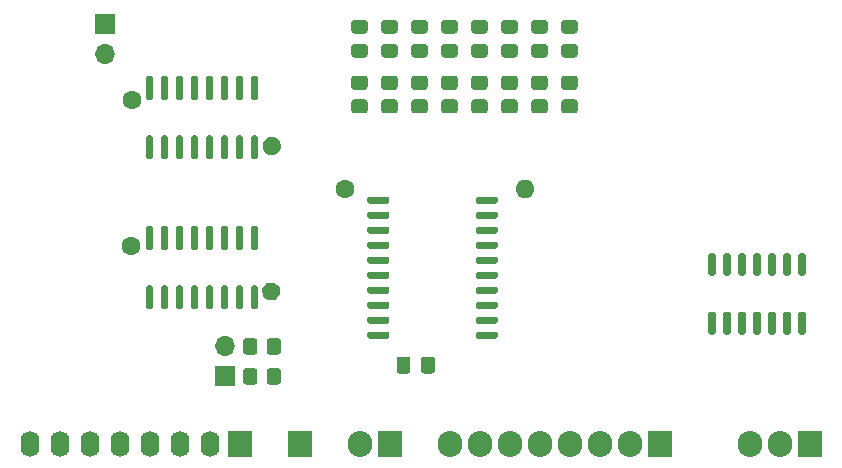
<source format=gbr>
G04 #@! TF.GenerationSoftware,KiCad,Pcbnew,(5.1.8)-1*
G04 #@! TF.CreationDate,2024-01-14T12:36:08+03:00*
G04 #@! TF.ProjectId,Reg,5265672e-6b69-4636-9164-5f7063625858,rev?*
G04 #@! TF.SameCoordinates,Original*
G04 #@! TF.FileFunction,Soldermask,Top*
G04 #@! TF.FilePolarity,Negative*
%FSLAX46Y46*%
G04 Gerber Fmt 4.6, Leading zero omitted, Abs format (unit mm)*
G04 Created by KiCad (PCBNEW (5.1.8)-1) date 2024-01-14 12:36:08*
%MOMM*%
%LPD*%
G01*
G04 APERTURE LIST*
%ADD10O,1.600000X1.600000*%
%ADD11C,1.600000*%
%ADD12R,2.100000X2.200000*%
%ADD13O,1.600000X2.200000*%
%ADD14O,2.100000X2.200000*%
%ADD15O,1.700000X1.700000*%
%ADD16R,1.700000X1.700000*%
G04 APERTURE END LIST*
G36*
G01*
X73425000Y-45535001D02*
X73425000Y-44634999D01*
G75*
G02*
X73674999Y-44385000I249999J0D01*
G01*
X74375001Y-44385000D01*
G75*
G02*
X74625000Y-44634999I0J-249999D01*
G01*
X74625000Y-45535001D01*
G75*
G02*
X74375001Y-45785000I-249999J0D01*
G01*
X73674999Y-45785000D01*
G75*
G02*
X73425000Y-45535001I0J249999D01*
G01*
G37*
G36*
G01*
X71425000Y-45535001D02*
X71425000Y-44634999D01*
G75*
G02*
X71674999Y-44385000I249999J0D01*
G01*
X72375001Y-44385000D01*
G75*
G02*
X72625000Y-44634999I0J-249999D01*
G01*
X72625000Y-45535001D01*
G75*
G02*
X72375001Y-45785000I-249999J0D01*
G01*
X71674999Y-45785000D01*
G75*
G02*
X71425000Y-45535001I0J249999D01*
G01*
G37*
G36*
G01*
X73425000Y-48075001D02*
X73425000Y-47174999D01*
G75*
G02*
X73674999Y-46925000I249999J0D01*
G01*
X74375001Y-46925000D01*
G75*
G02*
X74625000Y-47174999I0J-249999D01*
G01*
X74625000Y-48075001D01*
G75*
G02*
X74375001Y-48325000I-249999J0D01*
G01*
X73674999Y-48325000D01*
G75*
G02*
X73425000Y-48075001I0J249999D01*
G01*
G37*
G36*
G01*
X71425000Y-48075001D02*
X71425000Y-47174999D01*
G75*
G02*
X71674999Y-46925000I249999J0D01*
G01*
X72375001Y-46925000D01*
G75*
G02*
X72625000Y-47174999I0J-249999D01*
G01*
X72625000Y-48075001D01*
G75*
G02*
X72375001Y-48325000I-249999J0D01*
G01*
X71674999Y-48325000D01*
G75*
G02*
X71425000Y-48075001I0J249999D01*
G01*
G37*
D10*
X95250000Y-31750000D03*
D11*
X80010000Y-31750000D03*
G36*
G01*
X73039861Y-40191498D02*
X73039861Y-40191498D01*
G75*
G02*
X74047920Y-39677867I760845J-247214D01*
G01*
X74047920Y-39677867D01*
G75*
G02*
X74561551Y-40685926I-247214J-760845D01*
G01*
X74561551Y-40685926D01*
G75*
G02*
X73553492Y-41199557I-760845J247214D01*
G01*
X73553492Y-41199557D01*
G75*
G02*
X73039861Y-40191498I247214J760845D01*
G01*
G37*
X61912500Y-36576000D03*
G36*
G01*
X73103361Y-27872498D02*
X73103361Y-27872498D01*
G75*
G02*
X74111420Y-27358867I760845J-247214D01*
G01*
X74111420Y-27358867D01*
G75*
G02*
X74625051Y-28366926I-247214J-760845D01*
G01*
X74625051Y-28366926D01*
G75*
G02*
X73616992Y-28880557I-760845J247214D01*
G01*
X73616992Y-28880557D01*
G75*
G02*
X73103361Y-27872498I247214J760845D01*
G01*
G37*
X61976000Y-24257000D03*
G36*
G01*
X63650000Y-24217500D02*
X63350000Y-24217500D01*
G75*
G02*
X63200000Y-24067500I0J150000D01*
G01*
X63200000Y-22367500D01*
G75*
G02*
X63350000Y-22217500I150000J0D01*
G01*
X63650000Y-22217500D01*
G75*
G02*
X63800000Y-22367500I0J-150000D01*
G01*
X63800000Y-24067500D01*
G75*
G02*
X63650000Y-24217500I-150000J0D01*
G01*
G37*
G36*
G01*
X64920000Y-24217500D02*
X64620000Y-24217500D01*
G75*
G02*
X64470000Y-24067500I0J150000D01*
G01*
X64470000Y-22367500D01*
G75*
G02*
X64620000Y-22217500I150000J0D01*
G01*
X64920000Y-22217500D01*
G75*
G02*
X65070000Y-22367500I0J-150000D01*
G01*
X65070000Y-24067500D01*
G75*
G02*
X64920000Y-24217500I-150000J0D01*
G01*
G37*
G36*
G01*
X66190000Y-24217500D02*
X65890000Y-24217500D01*
G75*
G02*
X65740000Y-24067500I0J150000D01*
G01*
X65740000Y-22367500D01*
G75*
G02*
X65890000Y-22217500I150000J0D01*
G01*
X66190000Y-22217500D01*
G75*
G02*
X66340000Y-22367500I0J-150000D01*
G01*
X66340000Y-24067500D01*
G75*
G02*
X66190000Y-24217500I-150000J0D01*
G01*
G37*
G36*
G01*
X67460000Y-24217500D02*
X67160000Y-24217500D01*
G75*
G02*
X67010000Y-24067500I0J150000D01*
G01*
X67010000Y-22367500D01*
G75*
G02*
X67160000Y-22217500I150000J0D01*
G01*
X67460000Y-22217500D01*
G75*
G02*
X67610000Y-22367500I0J-150000D01*
G01*
X67610000Y-24067500D01*
G75*
G02*
X67460000Y-24217500I-150000J0D01*
G01*
G37*
G36*
G01*
X68730000Y-24217500D02*
X68430000Y-24217500D01*
G75*
G02*
X68280000Y-24067500I0J150000D01*
G01*
X68280000Y-22367500D01*
G75*
G02*
X68430000Y-22217500I150000J0D01*
G01*
X68730000Y-22217500D01*
G75*
G02*
X68880000Y-22367500I0J-150000D01*
G01*
X68880000Y-24067500D01*
G75*
G02*
X68730000Y-24217500I-150000J0D01*
G01*
G37*
G36*
G01*
X70000000Y-24217500D02*
X69700000Y-24217500D01*
G75*
G02*
X69550000Y-24067500I0J150000D01*
G01*
X69550000Y-22367500D01*
G75*
G02*
X69700000Y-22217500I150000J0D01*
G01*
X70000000Y-22217500D01*
G75*
G02*
X70150000Y-22367500I0J-150000D01*
G01*
X70150000Y-24067500D01*
G75*
G02*
X70000000Y-24217500I-150000J0D01*
G01*
G37*
G36*
G01*
X71270000Y-24217500D02*
X70970000Y-24217500D01*
G75*
G02*
X70820000Y-24067500I0J150000D01*
G01*
X70820000Y-22367500D01*
G75*
G02*
X70970000Y-22217500I150000J0D01*
G01*
X71270000Y-22217500D01*
G75*
G02*
X71420000Y-22367500I0J-150000D01*
G01*
X71420000Y-24067500D01*
G75*
G02*
X71270000Y-24217500I-150000J0D01*
G01*
G37*
G36*
G01*
X72540000Y-24217500D02*
X72240000Y-24217500D01*
G75*
G02*
X72090000Y-24067500I0J150000D01*
G01*
X72090000Y-22367500D01*
G75*
G02*
X72240000Y-22217500I150000J0D01*
G01*
X72540000Y-22217500D01*
G75*
G02*
X72690000Y-22367500I0J-150000D01*
G01*
X72690000Y-24067500D01*
G75*
G02*
X72540000Y-24217500I-150000J0D01*
G01*
G37*
G36*
G01*
X72540000Y-29217500D02*
X72240000Y-29217500D01*
G75*
G02*
X72090000Y-29067500I0J150000D01*
G01*
X72090000Y-27367500D01*
G75*
G02*
X72240000Y-27217500I150000J0D01*
G01*
X72540000Y-27217500D01*
G75*
G02*
X72690000Y-27367500I0J-150000D01*
G01*
X72690000Y-29067500D01*
G75*
G02*
X72540000Y-29217500I-150000J0D01*
G01*
G37*
G36*
G01*
X71270000Y-29217500D02*
X70970000Y-29217500D01*
G75*
G02*
X70820000Y-29067500I0J150000D01*
G01*
X70820000Y-27367500D01*
G75*
G02*
X70970000Y-27217500I150000J0D01*
G01*
X71270000Y-27217500D01*
G75*
G02*
X71420000Y-27367500I0J-150000D01*
G01*
X71420000Y-29067500D01*
G75*
G02*
X71270000Y-29217500I-150000J0D01*
G01*
G37*
G36*
G01*
X70000000Y-29217500D02*
X69700000Y-29217500D01*
G75*
G02*
X69550000Y-29067500I0J150000D01*
G01*
X69550000Y-27367500D01*
G75*
G02*
X69700000Y-27217500I150000J0D01*
G01*
X70000000Y-27217500D01*
G75*
G02*
X70150000Y-27367500I0J-150000D01*
G01*
X70150000Y-29067500D01*
G75*
G02*
X70000000Y-29217500I-150000J0D01*
G01*
G37*
G36*
G01*
X68730000Y-29217500D02*
X68430000Y-29217500D01*
G75*
G02*
X68280000Y-29067500I0J150000D01*
G01*
X68280000Y-27367500D01*
G75*
G02*
X68430000Y-27217500I150000J0D01*
G01*
X68730000Y-27217500D01*
G75*
G02*
X68880000Y-27367500I0J-150000D01*
G01*
X68880000Y-29067500D01*
G75*
G02*
X68730000Y-29217500I-150000J0D01*
G01*
G37*
G36*
G01*
X67460000Y-29217500D02*
X67160000Y-29217500D01*
G75*
G02*
X67010000Y-29067500I0J150000D01*
G01*
X67010000Y-27367500D01*
G75*
G02*
X67160000Y-27217500I150000J0D01*
G01*
X67460000Y-27217500D01*
G75*
G02*
X67610000Y-27367500I0J-150000D01*
G01*
X67610000Y-29067500D01*
G75*
G02*
X67460000Y-29217500I-150000J0D01*
G01*
G37*
G36*
G01*
X66190000Y-29217500D02*
X65890000Y-29217500D01*
G75*
G02*
X65740000Y-29067500I0J150000D01*
G01*
X65740000Y-27367500D01*
G75*
G02*
X65890000Y-27217500I150000J0D01*
G01*
X66190000Y-27217500D01*
G75*
G02*
X66340000Y-27367500I0J-150000D01*
G01*
X66340000Y-29067500D01*
G75*
G02*
X66190000Y-29217500I-150000J0D01*
G01*
G37*
G36*
G01*
X64920000Y-29217500D02*
X64620000Y-29217500D01*
G75*
G02*
X64470000Y-29067500I0J150000D01*
G01*
X64470000Y-27367500D01*
G75*
G02*
X64620000Y-27217500I150000J0D01*
G01*
X64920000Y-27217500D01*
G75*
G02*
X65070000Y-27367500I0J-150000D01*
G01*
X65070000Y-29067500D01*
G75*
G02*
X64920000Y-29217500I-150000J0D01*
G01*
G37*
G36*
G01*
X63650000Y-29217500D02*
X63350000Y-29217500D01*
G75*
G02*
X63200000Y-29067500I0J150000D01*
G01*
X63200000Y-27367500D01*
G75*
G02*
X63350000Y-27217500I150000J0D01*
G01*
X63650000Y-27217500D01*
G75*
G02*
X63800000Y-27367500I0J-150000D01*
G01*
X63800000Y-29067500D01*
G75*
G02*
X63650000Y-29217500I-150000J0D01*
G01*
G37*
G36*
G01*
X63650000Y-36917500D02*
X63350000Y-36917500D01*
G75*
G02*
X63200000Y-36767500I0J150000D01*
G01*
X63200000Y-35067500D01*
G75*
G02*
X63350000Y-34917500I150000J0D01*
G01*
X63650000Y-34917500D01*
G75*
G02*
X63800000Y-35067500I0J-150000D01*
G01*
X63800000Y-36767500D01*
G75*
G02*
X63650000Y-36917500I-150000J0D01*
G01*
G37*
G36*
G01*
X64920000Y-36917500D02*
X64620000Y-36917500D01*
G75*
G02*
X64470000Y-36767500I0J150000D01*
G01*
X64470000Y-35067500D01*
G75*
G02*
X64620000Y-34917500I150000J0D01*
G01*
X64920000Y-34917500D01*
G75*
G02*
X65070000Y-35067500I0J-150000D01*
G01*
X65070000Y-36767500D01*
G75*
G02*
X64920000Y-36917500I-150000J0D01*
G01*
G37*
G36*
G01*
X66190000Y-36917500D02*
X65890000Y-36917500D01*
G75*
G02*
X65740000Y-36767500I0J150000D01*
G01*
X65740000Y-35067500D01*
G75*
G02*
X65890000Y-34917500I150000J0D01*
G01*
X66190000Y-34917500D01*
G75*
G02*
X66340000Y-35067500I0J-150000D01*
G01*
X66340000Y-36767500D01*
G75*
G02*
X66190000Y-36917500I-150000J0D01*
G01*
G37*
G36*
G01*
X67460000Y-36917500D02*
X67160000Y-36917500D01*
G75*
G02*
X67010000Y-36767500I0J150000D01*
G01*
X67010000Y-35067500D01*
G75*
G02*
X67160000Y-34917500I150000J0D01*
G01*
X67460000Y-34917500D01*
G75*
G02*
X67610000Y-35067500I0J-150000D01*
G01*
X67610000Y-36767500D01*
G75*
G02*
X67460000Y-36917500I-150000J0D01*
G01*
G37*
G36*
G01*
X68730000Y-36917500D02*
X68430000Y-36917500D01*
G75*
G02*
X68280000Y-36767500I0J150000D01*
G01*
X68280000Y-35067500D01*
G75*
G02*
X68430000Y-34917500I150000J0D01*
G01*
X68730000Y-34917500D01*
G75*
G02*
X68880000Y-35067500I0J-150000D01*
G01*
X68880000Y-36767500D01*
G75*
G02*
X68730000Y-36917500I-150000J0D01*
G01*
G37*
G36*
G01*
X70000000Y-36917500D02*
X69700000Y-36917500D01*
G75*
G02*
X69550000Y-36767500I0J150000D01*
G01*
X69550000Y-35067500D01*
G75*
G02*
X69700000Y-34917500I150000J0D01*
G01*
X70000000Y-34917500D01*
G75*
G02*
X70150000Y-35067500I0J-150000D01*
G01*
X70150000Y-36767500D01*
G75*
G02*
X70000000Y-36917500I-150000J0D01*
G01*
G37*
G36*
G01*
X71270000Y-36917500D02*
X70970000Y-36917500D01*
G75*
G02*
X70820000Y-36767500I0J150000D01*
G01*
X70820000Y-35067500D01*
G75*
G02*
X70970000Y-34917500I150000J0D01*
G01*
X71270000Y-34917500D01*
G75*
G02*
X71420000Y-35067500I0J-150000D01*
G01*
X71420000Y-36767500D01*
G75*
G02*
X71270000Y-36917500I-150000J0D01*
G01*
G37*
G36*
G01*
X72540000Y-36917500D02*
X72240000Y-36917500D01*
G75*
G02*
X72090000Y-36767500I0J150000D01*
G01*
X72090000Y-35067500D01*
G75*
G02*
X72240000Y-34917500I150000J0D01*
G01*
X72540000Y-34917500D01*
G75*
G02*
X72690000Y-35067500I0J-150000D01*
G01*
X72690000Y-36767500D01*
G75*
G02*
X72540000Y-36917500I-150000J0D01*
G01*
G37*
G36*
G01*
X72540000Y-41917500D02*
X72240000Y-41917500D01*
G75*
G02*
X72090000Y-41767500I0J150000D01*
G01*
X72090000Y-40067500D01*
G75*
G02*
X72240000Y-39917500I150000J0D01*
G01*
X72540000Y-39917500D01*
G75*
G02*
X72690000Y-40067500I0J-150000D01*
G01*
X72690000Y-41767500D01*
G75*
G02*
X72540000Y-41917500I-150000J0D01*
G01*
G37*
G36*
G01*
X71270000Y-41917500D02*
X70970000Y-41917500D01*
G75*
G02*
X70820000Y-41767500I0J150000D01*
G01*
X70820000Y-40067500D01*
G75*
G02*
X70970000Y-39917500I150000J0D01*
G01*
X71270000Y-39917500D01*
G75*
G02*
X71420000Y-40067500I0J-150000D01*
G01*
X71420000Y-41767500D01*
G75*
G02*
X71270000Y-41917500I-150000J0D01*
G01*
G37*
G36*
G01*
X70000000Y-41917500D02*
X69700000Y-41917500D01*
G75*
G02*
X69550000Y-41767500I0J150000D01*
G01*
X69550000Y-40067500D01*
G75*
G02*
X69700000Y-39917500I150000J0D01*
G01*
X70000000Y-39917500D01*
G75*
G02*
X70150000Y-40067500I0J-150000D01*
G01*
X70150000Y-41767500D01*
G75*
G02*
X70000000Y-41917500I-150000J0D01*
G01*
G37*
G36*
G01*
X68730000Y-41917500D02*
X68430000Y-41917500D01*
G75*
G02*
X68280000Y-41767500I0J150000D01*
G01*
X68280000Y-40067500D01*
G75*
G02*
X68430000Y-39917500I150000J0D01*
G01*
X68730000Y-39917500D01*
G75*
G02*
X68880000Y-40067500I0J-150000D01*
G01*
X68880000Y-41767500D01*
G75*
G02*
X68730000Y-41917500I-150000J0D01*
G01*
G37*
G36*
G01*
X67460000Y-41917500D02*
X67160000Y-41917500D01*
G75*
G02*
X67010000Y-41767500I0J150000D01*
G01*
X67010000Y-40067500D01*
G75*
G02*
X67160000Y-39917500I150000J0D01*
G01*
X67460000Y-39917500D01*
G75*
G02*
X67610000Y-40067500I0J-150000D01*
G01*
X67610000Y-41767500D01*
G75*
G02*
X67460000Y-41917500I-150000J0D01*
G01*
G37*
G36*
G01*
X66190000Y-41917500D02*
X65890000Y-41917500D01*
G75*
G02*
X65740000Y-41767500I0J150000D01*
G01*
X65740000Y-40067500D01*
G75*
G02*
X65890000Y-39917500I150000J0D01*
G01*
X66190000Y-39917500D01*
G75*
G02*
X66340000Y-40067500I0J-150000D01*
G01*
X66340000Y-41767500D01*
G75*
G02*
X66190000Y-41917500I-150000J0D01*
G01*
G37*
G36*
G01*
X64920000Y-41917500D02*
X64620000Y-41917500D01*
G75*
G02*
X64470000Y-41767500I0J150000D01*
G01*
X64470000Y-40067500D01*
G75*
G02*
X64620000Y-39917500I150000J0D01*
G01*
X64920000Y-39917500D01*
G75*
G02*
X65070000Y-40067500I0J-150000D01*
G01*
X65070000Y-41767500D01*
G75*
G02*
X64920000Y-41917500I-150000J0D01*
G01*
G37*
G36*
G01*
X63650000Y-41917500D02*
X63350000Y-41917500D01*
G75*
G02*
X63200000Y-41767500I0J150000D01*
G01*
X63200000Y-40067500D01*
G75*
G02*
X63350000Y-39917500I150000J0D01*
G01*
X63650000Y-39917500D01*
G75*
G02*
X63800000Y-40067500I0J-150000D01*
G01*
X63800000Y-41767500D01*
G75*
G02*
X63650000Y-41917500I-150000J0D01*
G01*
G37*
G36*
G01*
X85592500Y-46197500D02*
X85592500Y-47147500D01*
G75*
G02*
X85342500Y-47397500I-250000J0D01*
G01*
X84667500Y-47397500D01*
G75*
G02*
X84417500Y-47147500I0J250000D01*
G01*
X84417500Y-46197500D01*
G75*
G02*
X84667500Y-45947500I250000J0D01*
G01*
X85342500Y-45947500D01*
G75*
G02*
X85592500Y-46197500I0J-250000D01*
G01*
G37*
G36*
G01*
X87667500Y-46197500D02*
X87667500Y-47147500D01*
G75*
G02*
X87417500Y-47397500I-250000J0D01*
G01*
X86742500Y-47397500D01*
G75*
G02*
X86492500Y-47147500I0J250000D01*
G01*
X86492500Y-46197500D01*
G75*
G02*
X86742500Y-45947500I250000J0D01*
G01*
X87417500Y-45947500D01*
G75*
G02*
X87667500Y-46197500I0J-250000D01*
G01*
G37*
G36*
G01*
X99510001Y-23365000D02*
X98609999Y-23365000D01*
G75*
G02*
X98360000Y-23115001I0J249999D01*
G01*
X98360000Y-22414999D01*
G75*
G02*
X98609999Y-22165000I249999J0D01*
G01*
X99510001Y-22165000D01*
G75*
G02*
X99760000Y-22414999I0J-249999D01*
G01*
X99760000Y-23115001D01*
G75*
G02*
X99510001Y-23365000I-249999J0D01*
G01*
G37*
G36*
G01*
X99510001Y-25365000D02*
X98609999Y-25365000D01*
G75*
G02*
X98360000Y-25115001I0J249999D01*
G01*
X98360000Y-24414999D01*
G75*
G02*
X98609999Y-24165000I249999J0D01*
G01*
X99510001Y-24165000D01*
G75*
G02*
X99760000Y-24414999I0J-249999D01*
G01*
X99760000Y-25115001D01*
G75*
G02*
X99510001Y-25365000I-249999J0D01*
G01*
G37*
G36*
G01*
X96970001Y-23365000D02*
X96069999Y-23365000D01*
G75*
G02*
X95820000Y-23115001I0J249999D01*
G01*
X95820000Y-22414999D01*
G75*
G02*
X96069999Y-22165000I249999J0D01*
G01*
X96970001Y-22165000D01*
G75*
G02*
X97220000Y-22414999I0J-249999D01*
G01*
X97220000Y-23115001D01*
G75*
G02*
X96970001Y-23365000I-249999J0D01*
G01*
G37*
G36*
G01*
X96970001Y-25365000D02*
X96069999Y-25365000D01*
G75*
G02*
X95820000Y-25115001I0J249999D01*
G01*
X95820000Y-24414999D01*
G75*
G02*
X96069999Y-24165000I249999J0D01*
G01*
X96970001Y-24165000D01*
G75*
G02*
X97220000Y-24414999I0J-249999D01*
G01*
X97220000Y-25115001D01*
G75*
G02*
X96970001Y-25365000I-249999J0D01*
G01*
G37*
G36*
G01*
X94430001Y-23365000D02*
X93529999Y-23365000D01*
G75*
G02*
X93280000Y-23115001I0J249999D01*
G01*
X93280000Y-22414999D01*
G75*
G02*
X93529999Y-22165000I249999J0D01*
G01*
X94430001Y-22165000D01*
G75*
G02*
X94680000Y-22414999I0J-249999D01*
G01*
X94680000Y-23115001D01*
G75*
G02*
X94430001Y-23365000I-249999J0D01*
G01*
G37*
G36*
G01*
X94430001Y-25365000D02*
X93529999Y-25365000D01*
G75*
G02*
X93280000Y-25115001I0J249999D01*
G01*
X93280000Y-24414999D01*
G75*
G02*
X93529999Y-24165000I249999J0D01*
G01*
X94430001Y-24165000D01*
G75*
G02*
X94680000Y-24414999I0J-249999D01*
G01*
X94680000Y-25115001D01*
G75*
G02*
X94430001Y-25365000I-249999J0D01*
G01*
G37*
G36*
G01*
X91890001Y-23365000D02*
X90989999Y-23365000D01*
G75*
G02*
X90740000Y-23115001I0J249999D01*
G01*
X90740000Y-22414999D01*
G75*
G02*
X90989999Y-22165000I249999J0D01*
G01*
X91890001Y-22165000D01*
G75*
G02*
X92140000Y-22414999I0J-249999D01*
G01*
X92140000Y-23115001D01*
G75*
G02*
X91890001Y-23365000I-249999J0D01*
G01*
G37*
G36*
G01*
X91890001Y-25365000D02*
X90989999Y-25365000D01*
G75*
G02*
X90740000Y-25115001I0J249999D01*
G01*
X90740000Y-24414999D01*
G75*
G02*
X90989999Y-24165000I249999J0D01*
G01*
X91890001Y-24165000D01*
G75*
G02*
X92140000Y-24414999I0J-249999D01*
G01*
X92140000Y-25115001D01*
G75*
G02*
X91890001Y-25365000I-249999J0D01*
G01*
G37*
G36*
G01*
X89350001Y-23365000D02*
X88449999Y-23365000D01*
G75*
G02*
X88200000Y-23115001I0J249999D01*
G01*
X88200000Y-22414999D01*
G75*
G02*
X88449999Y-22165000I249999J0D01*
G01*
X89350001Y-22165000D01*
G75*
G02*
X89600000Y-22414999I0J-249999D01*
G01*
X89600000Y-23115001D01*
G75*
G02*
X89350001Y-23365000I-249999J0D01*
G01*
G37*
G36*
G01*
X89350001Y-25365000D02*
X88449999Y-25365000D01*
G75*
G02*
X88200000Y-25115001I0J249999D01*
G01*
X88200000Y-24414999D01*
G75*
G02*
X88449999Y-24165000I249999J0D01*
G01*
X89350001Y-24165000D01*
G75*
G02*
X89600000Y-24414999I0J-249999D01*
G01*
X89600000Y-25115001D01*
G75*
G02*
X89350001Y-25365000I-249999J0D01*
G01*
G37*
G36*
G01*
X86810001Y-23365000D02*
X85909999Y-23365000D01*
G75*
G02*
X85660000Y-23115001I0J249999D01*
G01*
X85660000Y-22414999D01*
G75*
G02*
X85909999Y-22165000I249999J0D01*
G01*
X86810001Y-22165000D01*
G75*
G02*
X87060000Y-22414999I0J-249999D01*
G01*
X87060000Y-23115001D01*
G75*
G02*
X86810001Y-23365000I-249999J0D01*
G01*
G37*
G36*
G01*
X86810001Y-25365000D02*
X85909999Y-25365000D01*
G75*
G02*
X85660000Y-25115001I0J249999D01*
G01*
X85660000Y-24414999D01*
G75*
G02*
X85909999Y-24165000I249999J0D01*
G01*
X86810001Y-24165000D01*
G75*
G02*
X87060000Y-24414999I0J-249999D01*
G01*
X87060000Y-25115001D01*
G75*
G02*
X86810001Y-25365000I-249999J0D01*
G01*
G37*
G36*
G01*
X84270001Y-23365000D02*
X83369999Y-23365000D01*
G75*
G02*
X83120000Y-23115001I0J249999D01*
G01*
X83120000Y-22414999D01*
G75*
G02*
X83369999Y-22165000I249999J0D01*
G01*
X84270001Y-22165000D01*
G75*
G02*
X84520000Y-22414999I0J-249999D01*
G01*
X84520000Y-23115001D01*
G75*
G02*
X84270001Y-23365000I-249999J0D01*
G01*
G37*
G36*
G01*
X84270001Y-25365000D02*
X83369999Y-25365000D01*
G75*
G02*
X83120000Y-25115001I0J249999D01*
G01*
X83120000Y-24414999D01*
G75*
G02*
X83369999Y-24165000I249999J0D01*
G01*
X84270001Y-24165000D01*
G75*
G02*
X84520000Y-24414999I0J-249999D01*
G01*
X84520000Y-25115001D01*
G75*
G02*
X84270001Y-25365000I-249999J0D01*
G01*
G37*
G36*
G01*
X81730001Y-23365000D02*
X80829999Y-23365000D01*
G75*
G02*
X80580000Y-23115001I0J249999D01*
G01*
X80580000Y-22414999D01*
G75*
G02*
X80829999Y-22165000I249999J0D01*
G01*
X81730001Y-22165000D01*
G75*
G02*
X81980000Y-22414999I0J-249999D01*
G01*
X81980000Y-23115001D01*
G75*
G02*
X81730001Y-23365000I-249999J0D01*
G01*
G37*
G36*
G01*
X81730001Y-25365000D02*
X80829999Y-25365000D01*
G75*
G02*
X80580000Y-25115001I0J249999D01*
G01*
X80580000Y-24414999D01*
G75*
G02*
X80829999Y-24165000I249999J0D01*
G01*
X81730001Y-24165000D01*
G75*
G02*
X81980000Y-24414999I0J-249999D01*
G01*
X81980000Y-25115001D01*
G75*
G02*
X81730001Y-25365000I-249999J0D01*
G01*
G37*
G36*
G01*
X98609999Y-19500000D02*
X99510001Y-19500000D01*
G75*
G02*
X99760000Y-19749999I0J-249999D01*
G01*
X99760000Y-20400001D01*
G75*
G02*
X99510001Y-20650000I-249999J0D01*
G01*
X98609999Y-20650000D01*
G75*
G02*
X98360000Y-20400001I0J249999D01*
G01*
X98360000Y-19749999D01*
G75*
G02*
X98609999Y-19500000I249999J0D01*
G01*
G37*
G36*
G01*
X98609999Y-17450000D02*
X99510001Y-17450000D01*
G75*
G02*
X99760000Y-17699999I0J-249999D01*
G01*
X99760000Y-18350001D01*
G75*
G02*
X99510001Y-18600000I-249999J0D01*
G01*
X98609999Y-18600000D01*
G75*
G02*
X98360000Y-18350001I0J249999D01*
G01*
X98360000Y-17699999D01*
G75*
G02*
X98609999Y-17450000I249999J0D01*
G01*
G37*
G36*
G01*
X96069999Y-19500000D02*
X96970001Y-19500000D01*
G75*
G02*
X97220000Y-19749999I0J-249999D01*
G01*
X97220000Y-20400001D01*
G75*
G02*
X96970001Y-20650000I-249999J0D01*
G01*
X96069999Y-20650000D01*
G75*
G02*
X95820000Y-20400001I0J249999D01*
G01*
X95820000Y-19749999D01*
G75*
G02*
X96069999Y-19500000I249999J0D01*
G01*
G37*
G36*
G01*
X96069999Y-17450000D02*
X96970001Y-17450000D01*
G75*
G02*
X97220000Y-17699999I0J-249999D01*
G01*
X97220000Y-18350001D01*
G75*
G02*
X96970001Y-18600000I-249999J0D01*
G01*
X96069999Y-18600000D01*
G75*
G02*
X95820000Y-18350001I0J249999D01*
G01*
X95820000Y-17699999D01*
G75*
G02*
X96069999Y-17450000I249999J0D01*
G01*
G37*
G36*
G01*
X93529999Y-19500000D02*
X94430001Y-19500000D01*
G75*
G02*
X94680000Y-19749999I0J-249999D01*
G01*
X94680000Y-20400001D01*
G75*
G02*
X94430001Y-20650000I-249999J0D01*
G01*
X93529999Y-20650000D01*
G75*
G02*
X93280000Y-20400001I0J249999D01*
G01*
X93280000Y-19749999D01*
G75*
G02*
X93529999Y-19500000I249999J0D01*
G01*
G37*
G36*
G01*
X93529999Y-17450000D02*
X94430001Y-17450000D01*
G75*
G02*
X94680000Y-17699999I0J-249999D01*
G01*
X94680000Y-18350001D01*
G75*
G02*
X94430001Y-18600000I-249999J0D01*
G01*
X93529999Y-18600000D01*
G75*
G02*
X93280000Y-18350001I0J249999D01*
G01*
X93280000Y-17699999D01*
G75*
G02*
X93529999Y-17450000I249999J0D01*
G01*
G37*
G36*
G01*
X90989999Y-19500000D02*
X91890001Y-19500000D01*
G75*
G02*
X92140000Y-19749999I0J-249999D01*
G01*
X92140000Y-20400001D01*
G75*
G02*
X91890001Y-20650000I-249999J0D01*
G01*
X90989999Y-20650000D01*
G75*
G02*
X90740000Y-20400001I0J249999D01*
G01*
X90740000Y-19749999D01*
G75*
G02*
X90989999Y-19500000I249999J0D01*
G01*
G37*
G36*
G01*
X90989999Y-17450000D02*
X91890001Y-17450000D01*
G75*
G02*
X92140000Y-17699999I0J-249999D01*
G01*
X92140000Y-18350001D01*
G75*
G02*
X91890001Y-18600000I-249999J0D01*
G01*
X90989999Y-18600000D01*
G75*
G02*
X90740000Y-18350001I0J249999D01*
G01*
X90740000Y-17699999D01*
G75*
G02*
X90989999Y-17450000I249999J0D01*
G01*
G37*
G36*
G01*
X88449999Y-19500000D02*
X89350001Y-19500000D01*
G75*
G02*
X89600000Y-19749999I0J-249999D01*
G01*
X89600000Y-20400001D01*
G75*
G02*
X89350001Y-20650000I-249999J0D01*
G01*
X88449999Y-20650000D01*
G75*
G02*
X88200000Y-20400001I0J249999D01*
G01*
X88200000Y-19749999D01*
G75*
G02*
X88449999Y-19500000I249999J0D01*
G01*
G37*
G36*
G01*
X88449999Y-17450000D02*
X89350001Y-17450000D01*
G75*
G02*
X89600000Y-17699999I0J-249999D01*
G01*
X89600000Y-18350001D01*
G75*
G02*
X89350001Y-18600000I-249999J0D01*
G01*
X88449999Y-18600000D01*
G75*
G02*
X88200000Y-18350001I0J249999D01*
G01*
X88200000Y-17699999D01*
G75*
G02*
X88449999Y-17450000I249999J0D01*
G01*
G37*
G36*
G01*
X85909999Y-19500000D02*
X86810001Y-19500000D01*
G75*
G02*
X87060000Y-19749999I0J-249999D01*
G01*
X87060000Y-20400001D01*
G75*
G02*
X86810001Y-20650000I-249999J0D01*
G01*
X85909999Y-20650000D01*
G75*
G02*
X85660000Y-20400001I0J249999D01*
G01*
X85660000Y-19749999D01*
G75*
G02*
X85909999Y-19500000I249999J0D01*
G01*
G37*
G36*
G01*
X85909999Y-17450000D02*
X86810001Y-17450000D01*
G75*
G02*
X87060000Y-17699999I0J-249999D01*
G01*
X87060000Y-18350001D01*
G75*
G02*
X86810001Y-18600000I-249999J0D01*
G01*
X85909999Y-18600000D01*
G75*
G02*
X85660000Y-18350001I0J249999D01*
G01*
X85660000Y-17699999D01*
G75*
G02*
X85909999Y-17450000I249999J0D01*
G01*
G37*
G36*
G01*
X83369999Y-19500000D02*
X84270001Y-19500000D01*
G75*
G02*
X84520000Y-19749999I0J-249999D01*
G01*
X84520000Y-20400001D01*
G75*
G02*
X84270001Y-20650000I-249999J0D01*
G01*
X83369999Y-20650000D01*
G75*
G02*
X83120000Y-20400001I0J249999D01*
G01*
X83120000Y-19749999D01*
G75*
G02*
X83369999Y-19500000I249999J0D01*
G01*
G37*
G36*
G01*
X83369999Y-17450000D02*
X84270001Y-17450000D01*
G75*
G02*
X84520000Y-17699999I0J-249999D01*
G01*
X84520000Y-18350001D01*
G75*
G02*
X84270001Y-18600000I-249999J0D01*
G01*
X83369999Y-18600000D01*
G75*
G02*
X83120000Y-18350001I0J249999D01*
G01*
X83120000Y-17699999D01*
G75*
G02*
X83369999Y-17450000I249999J0D01*
G01*
G37*
G36*
G01*
X80829999Y-19500000D02*
X81730001Y-19500000D01*
G75*
G02*
X81980000Y-19749999I0J-249999D01*
G01*
X81980000Y-20400001D01*
G75*
G02*
X81730001Y-20650000I-249999J0D01*
G01*
X80829999Y-20650000D01*
G75*
G02*
X80580000Y-20400001I0J249999D01*
G01*
X80580000Y-19749999D01*
G75*
G02*
X80829999Y-19500000I249999J0D01*
G01*
G37*
G36*
G01*
X80829999Y-17450000D02*
X81730001Y-17450000D01*
G75*
G02*
X81980000Y-17699999I0J-249999D01*
G01*
X81980000Y-18350001D01*
G75*
G02*
X81730001Y-18600000I-249999J0D01*
G01*
X80829999Y-18600000D01*
G75*
G02*
X80580000Y-18350001I0J249999D01*
G01*
X80580000Y-17699999D01*
G75*
G02*
X80829999Y-17450000I249999J0D01*
G01*
G37*
D12*
X71120000Y-53340000D03*
D13*
X68580000Y-53340000D03*
X66040000Y-53340000D03*
X63500000Y-53340000D03*
X60960000Y-53340000D03*
X58420000Y-53340000D03*
X55880000Y-53340000D03*
X53340000Y-53340000D03*
D14*
X88900000Y-53340000D03*
X91440000Y-53340000D03*
X93980000Y-53340000D03*
X96520000Y-53340000D03*
X99060000Y-53340000D03*
X101600000Y-53340000D03*
X104140000Y-53340000D03*
D12*
X106680000Y-53340000D03*
X83820000Y-53340000D03*
D14*
X81280000Y-53340000D03*
G36*
G01*
X111275000Y-44090000D02*
X110975000Y-44090000D01*
G75*
G02*
X110825000Y-43940000I0J150000D01*
G01*
X110825000Y-42290000D01*
G75*
G02*
X110975000Y-42140000I150000J0D01*
G01*
X111275000Y-42140000D01*
G75*
G02*
X111425000Y-42290000I0J-150000D01*
G01*
X111425000Y-43940000D01*
G75*
G02*
X111275000Y-44090000I-150000J0D01*
G01*
G37*
G36*
G01*
X112545000Y-44090000D02*
X112245000Y-44090000D01*
G75*
G02*
X112095000Y-43940000I0J150000D01*
G01*
X112095000Y-42290000D01*
G75*
G02*
X112245000Y-42140000I150000J0D01*
G01*
X112545000Y-42140000D01*
G75*
G02*
X112695000Y-42290000I0J-150000D01*
G01*
X112695000Y-43940000D01*
G75*
G02*
X112545000Y-44090000I-150000J0D01*
G01*
G37*
G36*
G01*
X113815000Y-44090000D02*
X113515000Y-44090000D01*
G75*
G02*
X113365000Y-43940000I0J150000D01*
G01*
X113365000Y-42290000D01*
G75*
G02*
X113515000Y-42140000I150000J0D01*
G01*
X113815000Y-42140000D01*
G75*
G02*
X113965000Y-42290000I0J-150000D01*
G01*
X113965000Y-43940000D01*
G75*
G02*
X113815000Y-44090000I-150000J0D01*
G01*
G37*
G36*
G01*
X115085000Y-44090000D02*
X114785000Y-44090000D01*
G75*
G02*
X114635000Y-43940000I0J150000D01*
G01*
X114635000Y-42290000D01*
G75*
G02*
X114785000Y-42140000I150000J0D01*
G01*
X115085000Y-42140000D01*
G75*
G02*
X115235000Y-42290000I0J-150000D01*
G01*
X115235000Y-43940000D01*
G75*
G02*
X115085000Y-44090000I-150000J0D01*
G01*
G37*
G36*
G01*
X116355000Y-44090000D02*
X116055000Y-44090000D01*
G75*
G02*
X115905000Y-43940000I0J150000D01*
G01*
X115905000Y-42290000D01*
G75*
G02*
X116055000Y-42140000I150000J0D01*
G01*
X116355000Y-42140000D01*
G75*
G02*
X116505000Y-42290000I0J-150000D01*
G01*
X116505000Y-43940000D01*
G75*
G02*
X116355000Y-44090000I-150000J0D01*
G01*
G37*
G36*
G01*
X117625000Y-44090000D02*
X117325000Y-44090000D01*
G75*
G02*
X117175000Y-43940000I0J150000D01*
G01*
X117175000Y-42290000D01*
G75*
G02*
X117325000Y-42140000I150000J0D01*
G01*
X117625000Y-42140000D01*
G75*
G02*
X117775000Y-42290000I0J-150000D01*
G01*
X117775000Y-43940000D01*
G75*
G02*
X117625000Y-44090000I-150000J0D01*
G01*
G37*
G36*
G01*
X118895000Y-44090000D02*
X118595000Y-44090000D01*
G75*
G02*
X118445000Y-43940000I0J150000D01*
G01*
X118445000Y-42290000D01*
G75*
G02*
X118595000Y-42140000I150000J0D01*
G01*
X118895000Y-42140000D01*
G75*
G02*
X119045000Y-42290000I0J-150000D01*
G01*
X119045000Y-43940000D01*
G75*
G02*
X118895000Y-44090000I-150000J0D01*
G01*
G37*
G36*
G01*
X118895000Y-39140000D02*
X118595000Y-39140000D01*
G75*
G02*
X118445000Y-38990000I0J150000D01*
G01*
X118445000Y-37340000D01*
G75*
G02*
X118595000Y-37190000I150000J0D01*
G01*
X118895000Y-37190000D01*
G75*
G02*
X119045000Y-37340000I0J-150000D01*
G01*
X119045000Y-38990000D01*
G75*
G02*
X118895000Y-39140000I-150000J0D01*
G01*
G37*
G36*
G01*
X117625000Y-39140000D02*
X117325000Y-39140000D01*
G75*
G02*
X117175000Y-38990000I0J150000D01*
G01*
X117175000Y-37340000D01*
G75*
G02*
X117325000Y-37190000I150000J0D01*
G01*
X117625000Y-37190000D01*
G75*
G02*
X117775000Y-37340000I0J-150000D01*
G01*
X117775000Y-38990000D01*
G75*
G02*
X117625000Y-39140000I-150000J0D01*
G01*
G37*
G36*
G01*
X116355000Y-39140000D02*
X116055000Y-39140000D01*
G75*
G02*
X115905000Y-38990000I0J150000D01*
G01*
X115905000Y-37340000D01*
G75*
G02*
X116055000Y-37190000I150000J0D01*
G01*
X116355000Y-37190000D01*
G75*
G02*
X116505000Y-37340000I0J-150000D01*
G01*
X116505000Y-38990000D01*
G75*
G02*
X116355000Y-39140000I-150000J0D01*
G01*
G37*
G36*
G01*
X115085000Y-39140000D02*
X114785000Y-39140000D01*
G75*
G02*
X114635000Y-38990000I0J150000D01*
G01*
X114635000Y-37340000D01*
G75*
G02*
X114785000Y-37190000I150000J0D01*
G01*
X115085000Y-37190000D01*
G75*
G02*
X115235000Y-37340000I0J-150000D01*
G01*
X115235000Y-38990000D01*
G75*
G02*
X115085000Y-39140000I-150000J0D01*
G01*
G37*
G36*
G01*
X113815000Y-39140000D02*
X113515000Y-39140000D01*
G75*
G02*
X113365000Y-38990000I0J150000D01*
G01*
X113365000Y-37340000D01*
G75*
G02*
X113515000Y-37190000I150000J0D01*
G01*
X113815000Y-37190000D01*
G75*
G02*
X113965000Y-37340000I0J-150000D01*
G01*
X113965000Y-38990000D01*
G75*
G02*
X113815000Y-39140000I-150000J0D01*
G01*
G37*
G36*
G01*
X112545000Y-39140000D02*
X112245000Y-39140000D01*
G75*
G02*
X112095000Y-38990000I0J150000D01*
G01*
X112095000Y-37340000D01*
G75*
G02*
X112245000Y-37190000I150000J0D01*
G01*
X112545000Y-37190000D01*
G75*
G02*
X112695000Y-37340000I0J-150000D01*
G01*
X112695000Y-38990000D01*
G75*
G02*
X112545000Y-39140000I-150000J0D01*
G01*
G37*
G36*
G01*
X111275000Y-39140000D02*
X110975000Y-39140000D01*
G75*
G02*
X110825000Y-38990000I0J150000D01*
G01*
X110825000Y-37340000D01*
G75*
G02*
X110975000Y-37190000I150000J0D01*
G01*
X111275000Y-37190000D01*
G75*
G02*
X111425000Y-37340000I0J-150000D01*
G01*
X111425000Y-38990000D01*
G75*
G02*
X111275000Y-39140000I-150000J0D01*
G01*
G37*
G36*
G01*
X81917500Y-32852500D02*
X81917500Y-32552500D01*
G75*
G02*
X82067500Y-32402500I150000J0D01*
G01*
X83667500Y-32402500D01*
G75*
G02*
X83817500Y-32552500I0J-150000D01*
G01*
X83817500Y-32852500D01*
G75*
G02*
X83667500Y-33002500I-150000J0D01*
G01*
X82067500Y-33002500D01*
G75*
G02*
X81917500Y-32852500I0J150000D01*
G01*
G37*
G36*
G01*
X81917500Y-34122500D02*
X81917500Y-33822500D01*
G75*
G02*
X82067500Y-33672500I150000J0D01*
G01*
X83667500Y-33672500D01*
G75*
G02*
X83817500Y-33822500I0J-150000D01*
G01*
X83817500Y-34122500D01*
G75*
G02*
X83667500Y-34272500I-150000J0D01*
G01*
X82067500Y-34272500D01*
G75*
G02*
X81917500Y-34122500I0J150000D01*
G01*
G37*
G36*
G01*
X81917500Y-35392500D02*
X81917500Y-35092500D01*
G75*
G02*
X82067500Y-34942500I150000J0D01*
G01*
X83667500Y-34942500D01*
G75*
G02*
X83817500Y-35092500I0J-150000D01*
G01*
X83817500Y-35392500D01*
G75*
G02*
X83667500Y-35542500I-150000J0D01*
G01*
X82067500Y-35542500D01*
G75*
G02*
X81917500Y-35392500I0J150000D01*
G01*
G37*
G36*
G01*
X81917500Y-36662500D02*
X81917500Y-36362500D01*
G75*
G02*
X82067500Y-36212500I150000J0D01*
G01*
X83667500Y-36212500D01*
G75*
G02*
X83817500Y-36362500I0J-150000D01*
G01*
X83817500Y-36662500D01*
G75*
G02*
X83667500Y-36812500I-150000J0D01*
G01*
X82067500Y-36812500D01*
G75*
G02*
X81917500Y-36662500I0J150000D01*
G01*
G37*
G36*
G01*
X81917500Y-37932500D02*
X81917500Y-37632500D01*
G75*
G02*
X82067500Y-37482500I150000J0D01*
G01*
X83667500Y-37482500D01*
G75*
G02*
X83817500Y-37632500I0J-150000D01*
G01*
X83817500Y-37932500D01*
G75*
G02*
X83667500Y-38082500I-150000J0D01*
G01*
X82067500Y-38082500D01*
G75*
G02*
X81917500Y-37932500I0J150000D01*
G01*
G37*
G36*
G01*
X81917500Y-39202500D02*
X81917500Y-38902500D01*
G75*
G02*
X82067500Y-38752500I150000J0D01*
G01*
X83667500Y-38752500D01*
G75*
G02*
X83817500Y-38902500I0J-150000D01*
G01*
X83817500Y-39202500D01*
G75*
G02*
X83667500Y-39352500I-150000J0D01*
G01*
X82067500Y-39352500D01*
G75*
G02*
X81917500Y-39202500I0J150000D01*
G01*
G37*
G36*
G01*
X81917500Y-40472500D02*
X81917500Y-40172500D01*
G75*
G02*
X82067500Y-40022500I150000J0D01*
G01*
X83667500Y-40022500D01*
G75*
G02*
X83817500Y-40172500I0J-150000D01*
G01*
X83817500Y-40472500D01*
G75*
G02*
X83667500Y-40622500I-150000J0D01*
G01*
X82067500Y-40622500D01*
G75*
G02*
X81917500Y-40472500I0J150000D01*
G01*
G37*
G36*
G01*
X81917500Y-41742500D02*
X81917500Y-41442500D01*
G75*
G02*
X82067500Y-41292500I150000J0D01*
G01*
X83667500Y-41292500D01*
G75*
G02*
X83817500Y-41442500I0J-150000D01*
G01*
X83817500Y-41742500D01*
G75*
G02*
X83667500Y-41892500I-150000J0D01*
G01*
X82067500Y-41892500D01*
G75*
G02*
X81917500Y-41742500I0J150000D01*
G01*
G37*
G36*
G01*
X81917500Y-43012500D02*
X81917500Y-42712500D01*
G75*
G02*
X82067500Y-42562500I150000J0D01*
G01*
X83667500Y-42562500D01*
G75*
G02*
X83817500Y-42712500I0J-150000D01*
G01*
X83817500Y-43012500D01*
G75*
G02*
X83667500Y-43162500I-150000J0D01*
G01*
X82067500Y-43162500D01*
G75*
G02*
X81917500Y-43012500I0J150000D01*
G01*
G37*
G36*
G01*
X81917500Y-44282500D02*
X81917500Y-43982500D01*
G75*
G02*
X82067500Y-43832500I150000J0D01*
G01*
X83667500Y-43832500D01*
G75*
G02*
X83817500Y-43982500I0J-150000D01*
G01*
X83817500Y-44282500D01*
G75*
G02*
X83667500Y-44432500I-150000J0D01*
G01*
X82067500Y-44432500D01*
G75*
G02*
X81917500Y-44282500I0J150000D01*
G01*
G37*
G36*
G01*
X91117500Y-44282500D02*
X91117500Y-43982500D01*
G75*
G02*
X91267500Y-43832500I150000J0D01*
G01*
X92867500Y-43832500D01*
G75*
G02*
X93017500Y-43982500I0J-150000D01*
G01*
X93017500Y-44282500D01*
G75*
G02*
X92867500Y-44432500I-150000J0D01*
G01*
X91267500Y-44432500D01*
G75*
G02*
X91117500Y-44282500I0J150000D01*
G01*
G37*
G36*
G01*
X91117500Y-43012500D02*
X91117500Y-42712500D01*
G75*
G02*
X91267500Y-42562500I150000J0D01*
G01*
X92867500Y-42562500D01*
G75*
G02*
X93017500Y-42712500I0J-150000D01*
G01*
X93017500Y-43012500D01*
G75*
G02*
X92867500Y-43162500I-150000J0D01*
G01*
X91267500Y-43162500D01*
G75*
G02*
X91117500Y-43012500I0J150000D01*
G01*
G37*
G36*
G01*
X91117500Y-41742500D02*
X91117500Y-41442500D01*
G75*
G02*
X91267500Y-41292500I150000J0D01*
G01*
X92867500Y-41292500D01*
G75*
G02*
X93017500Y-41442500I0J-150000D01*
G01*
X93017500Y-41742500D01*
G75*
G02*
X92867500Y-41892500I-150000J0D01*
G01*
X91267500Y-41892500D01*
G75*
G02*
X91117500Y-41742500I0J150000D01*
G01*
G37*
G36*
G01*
X91117500Y-40472500D02*
X91117500Y-40172500D01*
G75*
G02*
X91267500Y-40022500I150000J0D01*
G01*
X92867500Y-40022500D01*
G75*
G02*
X93017500Y-40172500I0J-150000D01*
G01*
X93017500Y-40472500D01*
G75*
G02*
X92867500Y-40622500I-150000J0D01*
G01*
X91267500Y-40622500D01*
G75*
G02*
X91117500Y-40472500I0J150000D01*
G01*
G37*
G36*
G01*
X91117500Y-39202500D02*
X91117500Y-38902500D01*
G75*
G02*
X91267500Y-38752500I150000J0D01*
G01*
X92867500Y-38752500D01*
G75*
G02*
X93017500Y-38902500I0J-150000D01*
G01*
X93017500Y-39202500D01*
G75*
G02*
X92867500Y-39352500I-150000J0D01*
G01*
X91267500Y-39352500D01*
G75*
G02*
X91117500Y-39202500I0J150000D01*
G01*
G37*
G36*
G01*
X91117500Y-37932500D02*
X91117500Y-37632500D01*
G75*
G02*
X91267500Y-37482500I150000J0D01*
G01*
X92867500Y-37482500D01*
G75*
G02*
X93017500Y-37632500I0J-150000D01*
G01*
X93017500Y-37932500D01*
G75*
G02*
X92867500Y-38082500I-150000J0D01*
G01*
X91267500Y-38082500D01*
G75*
G02*
X91117500Y-37932500I0J150000D01*
G01*
G37*
G36*
G01*
X91117500Y-36662500D02*
X91117500Y-36362500D01*
G75*
G02*
X91267500Y-36212500I150000J0D01*
G01*
X92867500Y-36212500D01*
G75*
G02*
X93017500Y-36362500I0J-150000D01*
G01*
X93017500Y-36662500D01*
G75*
G02*
X92867500Y-36812500I-150000J0D01*
G01*
X91267500Y-36812500D01*
G75*
G02*
X91117500Y-36662500I0J150000D01*
G01*
G37*
G36*
G01*
X91117500Y-35392500D02*
X91117500Y-35092500D01*
G75*
G02*
X91267500Y-34942500I150000J0D01*
G01*
X92867500Y-34942500D01*
G75*
G02*
X93017500Y-35092500I0J-150000D01*
G01*
X93017500Y-35392500D01*
G75*
G02*
X92867500Y-35542500I-150000J0D01*
G01*
X91267500Y-35542500D01*
G75*
G02*
X91117500Y-35392500I0J150000D01*
G01*
G37*
G36*
G01*
X91117500Y-34122500D02*
X91117500Y-33822500D01*
G75*
G02*
X91267500Y-33672500I150000J0D01*
G01*
X92867500Y-33672500D01*
G75*
G02*
X93017500Y-33822500I0J-150000D01*
G01*
X93017500Y-34122500D01*
G75*
G02*
X92867500Y-34272500I-150000J0D01*
G01*
X91267500Y-34272500D01*
G75*
G02*
X91117500Y-34122500I0J150000D01*
G01*
G37*
G36*
G01*
X91117500Y-32852500D02*
X91117500Y-32552500D01*
G75*
G02*
X91267500Y-32402500I150000J0D01*
G01*
X92867500Y-32402500D01*
G75*
G02*
X93017500Y-32552500I0J-150000D01*
G01*
X93017500Y-32852500D01*
G75*
G02*
X92867500Y-33002500I-150000J0D01*
G01*
X91267500Y-33002500D01*
G75*
G02*
X91117500Y-32852500I0J150000D01*
G01*
G37*
D12*
X119380000Y-53340000D03*
D14*
X116840000Y-53340000D03*
X114300000Y-53340000D03*
D15*
X59690000Y-20320000D03*
D16*
X59690000Y-17780000D03*
X69850000Y-47625000D03*
D15*
X69850000Y-45085000D03*
D12*
X76200000Y-53340000D03*
M02*

</source>
